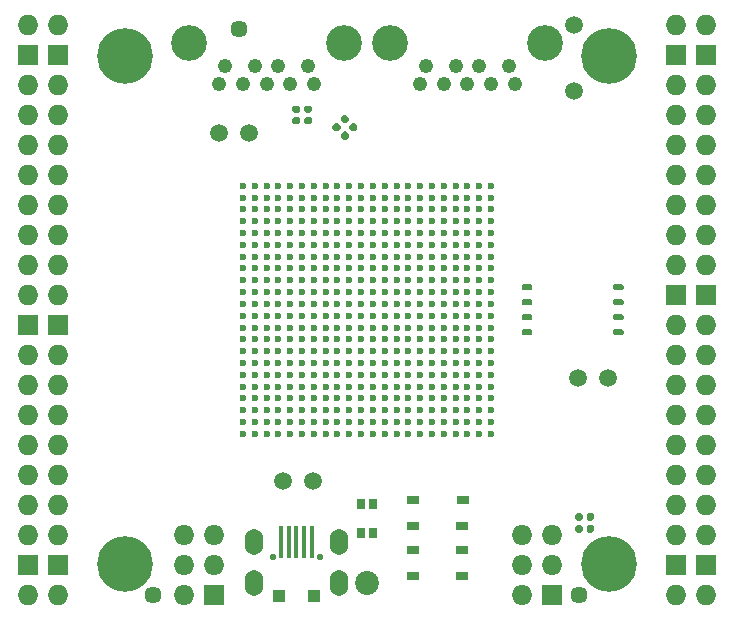
<source format=gbr>
G04 #@! TF.GenerationSoftware,KiCad,Pcbnew,5.1.6-c6e7f7d~87~ubuntu20.04.1*
G04 #@! TF.CreationDate,2020-09-19T08:52:58-07:00*
G04 #@! TF.ProjectId,artix7-pcie-v2,61727469-7837-42d7-9063-69652d76322e,rev?*
G04 #@! TF.SameCoordinates,PX69f4060PY6b00940*
G04 #@! TF.FileFunction,Soldermask,Top*
G04 #@! TF.FilePolarity,Negative*
%FSLAX46Y46*%
G04 Gerber Fmt 4.6, Leading zero omitted, Abs format (unit mm)*
G04 Created by KiCad (PCBNEW 5.1.6-c6e7f7d~87~ubuntu20.04.1) date 2020-09-19 08:52:58*
%MOMM*%
%LPD*%
G01*
G04 APERTURE LIST*
%ADD10C,1.448000*%
%ADD11R,1.070000X0.670000*%
%ADD12C,3.020000*%
%ADD13C,1.220000*%
%ADD14C,4.720000*%
%ADD15R,1.120000X1.120000*%
%ADD16R,0.420000X2.670000*%
%ADD17C,0.570000*%
%ADD18O,1.520000X2.220000*%
%ADD19C,0.600000*%
%ADD20C,2.020000*%
%ADD21O,1.720000X1.720000*%
%ADD22R,1.720000X1.720000*%
%ADD23R,0.770000X0.870000*%
%ADD24C,1.520000*%
%ADD25O,1.747200X1.747200*%
%ADD26R,1.747200X1.747200*%
G04 APERTURE END LIST*
D10*
X47900000Y1200000D03*
X19130000Y49160000D03*
X11900000Y1200000D03*
G36*
G01*
X48599000Y7686500D02*
X48599000Y8041500D01*
G75*
G02*
X48751500Y8194000I152500J0D01*
G01*
X49056500Y8194000D01*
G75*
G02*
X49209000Y8041500I0J-152500D01*
G01*
X49209000Y7686500D01*
G75*
G02*
X49056500Y7534000I-152500J0D01*
G01*
X48751500Y7534000D01*
G75*
G02*
X48599000Y7686500I0J152500D01*
G01*
G37*
G36*
G01*
X47629000Y7686500D02*
X47629000Y8041500D01*
G75*
G02*
X47781500Y8194000I152500J0D01*
G01*
X48086500Y8194000D01*
G75*
G02*
X48239000Y8041500I0J-152500D01*
G01*
X48239000Y7686500D01*
G75*
G02*
X48086500Y7534000I-152500J0D01*
G01*
X47781500Y7534000D01*
G75*
G02*
X47629000Y7686500I0J152500D01*
G01*
G37*
G36*
G01*
X48599000Y6670500D02*
X48599000Y7025500D01*
G75*
G02*
X48751500Y7178000I152500J0D01*
G01*
X49056500Y7178000D01*
G75*
G02*
X49209000Y7025500I0J-152500D01*
G01*
X49209000Y6670500D01*
G75*
G02*
X49056500Y6518000I-152500J0D01*
G01*
X48751500Y6518000D01*
G75*
G02*
X48599000Y6670500I0J152500D01*
G01*
G37*
G36*
G01*
X47629000Y6670500D02*
X47629000Y7025500D01*
G75*
G02*
X47781500Y7178000I152500J0D01*
G01*
X48086500Y7178000D01*
G75*
G02*
X48239000Y7025500I0J-152500D01*
G01*
X48239000Y6670500D01*
G75*
G02*
X48086500Y6518000I-152500J0D01*
G01*
X47781500Y6518000D01*
G75*
G02*
X47629000Y6670500I0J152500D01*
G01*
G37*
D11*
X38040000Y2875000D03*
X38065000Y5025000D03*
X33915000Y2875000D03*
X33915000Y5025000D03*
X38050000Y7125000D03*
X38075000Y9275000D03*
X33925000Y7125000D03*
X33925000Y9275000D03*
D12*
X31920000Y48000000D03*
X45060000Y48000000D03*
D13*
X42490000Y44500000D03*
X40490000Y44500000D03*
X38490000Y44500000D03*
X36490000Y44500000D03*
X34490000Y44500000D03*
X34990000Y46000000D03*
X37490000Y46000000D03*
X39490000Y46000000D03*
X41990000Y46000000D03*
D14*
X50490000Y3890000D03*
X50490000Y46890000D03*
X9490000Y3890000D03*
X9490000Y46890000D03*
D15*
X22500000Y1140000D03*
X25500000Y1140000D03*
D16*
X24000000Y5700000D03*
D17*
X22000000Y4440000D03*
X26000000Y4440000D03*
D16*
X23350000Y5700000D03*
X22700000Y5700000D03*
X24650000Y5700000D03*
X25300000Y5700000D03*
D18*
X20400000Y2290000D03*
X27600000Y2290000D03*
X27600000Y5760000D03*
X20400000Y5760000D03*
G36*
G01*
X28002791Y41191768D02*
X27751768Y41442791D01*
G75*
G02*
X27751768Y41658459I107834J107834D01*
G01*
X27967435Y41874126D01*
G75*
G02*
X28183103Y41874126I107834J-107834D01*
G01*
X28434126Y41623103D01*
G75*
G02*
X28434126Y41407435I-107834J-107834D01*
G01*
X28218459Y41191768D01*
G75*
G02*
X28002791Y41191768I-107834J107834D01*
G01*
G37*
G36*
G01*
X27316897Y40505874D02*
X27065874Y40756897D01*
G75*
G02*
X27065874Y40972565I107834J107834D01*
G01*
X27281541Y41188232D01*
G75*
G02*
X27497209Y41188232I107834J-107834D01*
G01*
X27748232Y40937209D01*
G75*
G02*
X27748232Y40721541I-107834J-107834D01*
G01*
X27532565Y40505874D01*
G75*
G02*
X27316897Y40505874I-107834J107834D01*
G01*
G37*
G36*
G01*
X28752791Y40491768D02*
X28501768Y40742791D01*
G75*
G02*
X28501768Y40958459I107834J107834D01*
G01*
X28717435Y41174126D01*
G75*
G02*
X28933103Y41174126I107834J-107834D01*
G01*
X29184126Y40923103D01*
G75*
G02*
X29184126Y40707435I-107834J-107834D01*
G01*
X28968459Y40491768D01*
G75*
G02*
X28752791Y40491768I-107834J107834D01*
G01*
G37*
G36*
G01*
X28066897Y39805874D02*
X27815874Y40056897D01*
G75*
G02*
X27815874Y40272565I107834J107834D01*
G01*
X28031541Y40488232D01*
G75*
G02*
X28247209Y40488232I107834J-107834D01*
G01*
X28498232Y40237209D01*
G75*
G02*
X28498232Y40021541I-107834J-107834D01*
G01*
X28282565Y39805874D01*
G75*
G02*
X28066897Y39805874I-107834J107834D01*
G01*
G37*
D19*
X40490000Y14890000D03*
X39490000Y14890000D03*
X38490000Y14890000D03*
X37490000Y14890000D03*
X36490000Y14890000D03*
X35490000Y14890000D03*
X34490000Y14890000D03*
X33490000Y14890000D03*
X32490000Y14890000D03*
X31490000Y14890000D03*
X30490000Y14890000D03*
X29490000Y14890000D03*
X28490000Y14890000D03*
X27490000Y14890000D03*
X26490000Y14890000D03*
X25490000Y14890000D03*
X24490000Y14890000D03*
X23490000Y14890000D03*
X22490000Y14890000D03*
X21490000Y14890000D03*
X20490000Y14890000D03*
X19490000Y14890000D03*
X40490000Y15890000D03*
X39490000Y15890000D03*
X38490000Y15890000D03*
X37490000Y15890000D03*
X36490000Y15890000D03*
X35490000Y15890000D03*
X34490000Y15890000D03*
X33490000Y15890000D03*
X32490000Y15890000D03*
X31490000Y15890000D03*
X30490000Y15890000D03*
X29490000Y15890000D03*
X28490000Y15890000D03*
X27490000Y15890000D03*
X26490000Y15890000D03*
X25490000Y15890000D03*
X24490000Y15890000D03*
X23490000Y15890000D03*
X22490000Y15890000D03*
X21490000Y15890000D03*
X20490000Y15890000D03*
X19490000Y15890000D03*
X40490000Y16890000D03*
X39490000Y16890000D03*
X38490000Y16890000D03*
X37490000Y16890000D03*
X36490000Y16890000D03*
X35490000Y16890000D03*
X34490000Y16890000D03*
X33490000Y16890000D03*
X32490000Y16890000D03*
X31490000Y16890000D03*
X30490000Y16890000D03*
X29490000Y16890000D03*
X28490000Y16890000D03*
X27490000Y16890000D03*
X26490000Y16890000D03*
X25490000Y16890000D03*
X24490000Y16890000D03*
X23490000Y16890000D03*
X22490000Y16890000D03*
X21490000Y16890000D03*
X20490000Y16890000D03*
X19490000Y16890000D03*
X40490000Y17890000D03*
X39490000Y17890000D03*
X38490000Y17890000D03*
X37490000Y17890000D03*
X36490000Y17890000D03*
X35490000Y17890000D03*
X34490000Y17890000D03*
X33490000Y17890000D03*
X32490000Y17890000D03*
X31490000Y17890000D03*
X30490000Y17890000D03*
X29490000Y17890000D03*
X28490000Y17890000D03*
X27490000Y17890000D03*
X26490000Y17890000D03*
X25490000Y17890000D03*
X24490000Y17890000D03*
X23490000Y17890000D03*
X22490000Y17890000D03*
X21490000Y17890000D03*
X20490000Y17890000D03*
X19490000Y17890000D03*
X40490000Y18890000D03*
X39490000Y18890000D03*
X38490000Y18890000D03*
X37490000Y18890000D03*
X36490000Y18890000D03*
X35490000Y18890000D03*
X34490000Y18890000D03*
X33490000Y18890000D03*
X32490000Y18890000D03*
X31490000Y18890000D03*
X30490000Y18890000D03*
X29490000Y18890000D03*
X28490000Y18890000D03*
X27490000Y18890000D03*
X26490000Y18890000D03*
X25490000Y18890000D03*
X24490000Y18890000D03*
X23490000Y18890000D03*
X22490000Y18890000D03*
X21490000Y18890000D03*
X20490000Y18890000D03*
X19490000Y18890000D03*
X40490000Y19890000D03*
X39490000Y19890000D03*
X38490000Y19890000D03*
X37490000Y19890000D03*
X36490000Y19890000D03*
X35490000Y19890000D03*
X34490000Y19890000D03*
X33490000Y19890000D03*
X32490000Y19890000D03*
X31490000Y19890000D03*
X30490000Y19890000D03*
X29490000Y19890000D03*
X28490000Y19890000D03*
X27490000Y19890000D03*
X26490000Y19890000D03*
X25490000Y19890000D03*
X24490000Y19890000D03*
X23490000Y19890000D03*
X22490000Y19890000D03*
X21490000Y19890000D03*
X20490000Y19890000D03*
X19490000Y19890000D03*
X40490000Y20890000D03*
X39490000Y20890000D03*
X38490000Y20890000D03*
X37490000Y20890000D03*
X36490000Y20890000D03*
X35490000Y20890000D03*
X34490000Y20890000D03*
X33490000Y20890000D03*
X32490000Y20890000D03*
X31490000Y20890000D03*
X30490000Y20890000D03*
X29490000Y20890000D03*
X28490000Y20890000D03*
X27490000Y20890000D03*
X26490000Y20890000D03*
X25490000Y20890000D03*
X24490000Y20890000D03*
X23490000Y20890000D03*
X22490000Y20890000D03*
X21490000Y20890000D03*
X20490000Y20890000D03*
X19490000Y20890000D03*
X40490000Y21890000D03*
X39490000Y21890000D03*
X38490000Y21890000D03*
X37490000Y21890000D03*
X36490000Y21890000D03*
X35490000Y21890000D03*
X34490000Y21890000D03*
X33490000Y21890000D03*
X32490000Y21890000D03*
X31490000Y21890000D03*
X30490000Y21890000D03*
X29490000Y21890000D03*
X28490000Y21890000D03*
X27490000Y21890000D03*
X26490000Y21890000D03*
X25490000Y21890000D03*
X24490000Y21890000D03*
X23490000Y21890000D03*
X22490000Y21890000D03*
X21490000Y21890000D03*
X20490000Y21890000D03*
X19490000Y21890000D03*
X40490000Y22890000D03*
X39490000Y22890000D03*
X38490000Y22890000D03*
X37490000Y22890000D03*
X36490000Y22890000D03*
X35490000Y22890000D03*
X34490000Y22890000D03*
X33490000Y22890000D03*
X32490000Y22890000D03*
X31490000Y22890000D03*
X30490000Y22890000D03*
X29490000Y22890000D03*
X28490000Y22890000D03*
X27490000Y22890000D03*
X26490000Y22890000D03*
X25490000Y22890000D03*
X24490000Y22890000D03*
X23490000Y22890000D03*
X22490000Y22890000D03*
X21490000Y22890000D03*
X20490000Y22890000D03*
X19490000Y22890000D03*
X40490000Y23890000D03*
X39490000Y23890000D03*
X38490000Y23890000D03*
X37490000Y23890000D03*
X36490000Y23890000D03*
X35490000Y23890000D03*
X34490000Y23890000D03*
X33490000Y23890000D03*
X32490000Y23890000D03*
X31490000Y23890000D03*
X30490000Y23890000D03*
X29490000Y23890000D03*
X28490000Y23890000D03*
X27490000Y23890000D03*
X26490000Y23890000D03*
X25490000Y23890000D03*
X24490000Y23890000D03*
X23490000Y23890000D03*
X22490000Y23890000D03*
X21490000Y23890000D03*
X20490000Y23890000D03*
X19490000Y23890000D03*
X40490000Y24890000D03*
X39490000Y24890000D03*
X38490000Y24890000D03*
X37490000Y24890000D03*
X36490000Y24890000D03*
X35490000Y24890000D03*
X34490000Y24890000D03*
X33490000Y24890000D03*
X32490000Y24890000D03*
X31490000Y24890000D03*
X30490000Y24890000D03*
X29490000Y24890000D03*
X28490000Y24890000D03*
X27490000Y24890000D03*
X26490000Y24890000D03*
X25490000Y24890000D03*
X24490000Y24890000D03*
X23490000Y24890000D03*
X22490000Y24890000D03*
X21490000Y24890000D03*
X20490000Y24890000D03*
X19490000Y24890000D03*
X40490000Y25890000D03*
X39490000Y25890000D03*
X38490000Y25890000D03*
X37490000Y25890000D03*
X36490000Y25890000D03*
X35490000Y25890000D03*
X34490000Y25890000D03*
X33490000Y25890000D03*
X32490000Y25890000D03*
X31490000Y25890000D03*
X30490000Y25890000D03*
X29490000Y25890000D03*
X28490000Y25890000D03*
X27490000Y25890000D03*
X26490000Y25890000D03*
X25490000Y25890000D03*
X24490000Y25890000D03*
X23490000Y25890000D03*
X22490000Y25890000D03*
X21490000Y25890000D03*
X20490000Y25890000D03*
X19490000Y25890000D03*
X40490000Y26890000D03*
X39490000Y26890000D03*
X38490000Y26890000D03*
X37490000Y26890000D03*
X36490000Y26890000D03*
X35490000Y26890000D03*
X34490000Y26890000D03*
X33490000Y26890000D03*
X32490000Y26890000D03*
X31490000Y26890000D03*
X30490000Y26890000D03*
X29490000Y26890000D03*
X28490000Y26890000D03*
X27490000Y26890000D03*
X26490000Y26890000D03*
X25490000Y26890000D03*
X24490000Y26890000D03*
X23490000Y26890000D03*
X22490000Y26890000D03*
X21490000Y26890000D03*
X20490000Y26890000D03*
X19490000Y26890000D03*
X40490000Y27890000D03*
X39490000Y27890000D03*
X38490000Y27890000D03*
X37490000Y27890000D03*
X36490000Y27890000D03*
X35490000Y27890000D03*
X34490000Y27890000D03*
X33490000Y27890000D03*
X32490000Y27890000D03*
X31490000Y27890000D03*
X30490000Y27890000D03*
X29490000Y27890000D03*
X28490000Y27890000D03*
X27490000Y27890000D03*
X26490000Y27890000D03*
X25490000Y27890000D03*
X24490000Y27890000D03*
X23490000Y27890000D03*
X22490000Y27890000D03*
X21490000Y27890000D03*
X20490000Y27890000D03*
X19490000Y27890000D03*
X40490000Y28890000D03*
X39490000Y28890000D03*
X38490000Y28890000D03*
X37490000Y28890000D03*
X36490000Y28890000D03*
X35490000Y28890000D03*
X34490000Y28890000D03*
X33490000Y28890000D03*
X32490000Y28890000D03*
X31490000Y28890000D03*
X30490000Y28890000D03*
X29490000Y28890000D03*
X28490000Y28890000D03*
X27490000Y28890000D03*
X26490000Y28890000D03*
X25490000Y28890000D03*
X24490000Y28890000D03*
X23490000Y28890000D03*
X22490000Y28890000D03*
X21490000Y28890000D03*
X20490000Y28890000D03*
X19490000Y28890000D03*
X40490000Y29890000D03*
X39490000Y29890000D03*
X38490000Y29890000D03*
X37490000Y29890000D03*
X36490000Y29890000D03*
X35490000Y29890000D03*
X34490000Y29890000D03*
X33490000Y29890000D03*
X32490000Y29890000D03*
X31490000Y29890000D03*
X30490000Y29890000D03*
X29490000Y29890000D03*
X28490000Y29890000D03*
X27490000Y29890000D03*
X26490000Y29890000D03*
X25490000Y29890000D03*
X24490000Y29890000D03*
X23490000Y29890000D03*
X22490000Y29890000D03*
X21490000Y29890000D03*
X20490000Y29890000D03*
X19490000Y29890000D03*
X40490000Y30890000D03*
X39490000Y30890000D03*
X38490000Y30890000D03*
X37490000Y30890000D03*
X36490000Y30890000D03*
X35490000Y30890000D03*
X34490000Y30890000D03*
X33490000Y30890000D03*
X32490000Y30890000D03*
X31490000Y30890000D03*
X30490000Y30890000D03*
X29490000Y30890000D03*
X28490000Y30890000D03*
X27490000Y30890000D03*
X26490000Y30890000D03*
X25490000Y30890000D03*
X24490000Y30890000D03*
X23490000Y30890000D03*
X22490000Y30890000D03*
X21490000Y30890000D03*
X20490000Y30890000D03*
X19490000Y30890000D03*
X40490000Y31890000D03*
X39490000Y31890000D03*
X38490000Y31890000D03*
X37490000Y31890000D03*
X36490000Y31890000D03*
X35490000Y31890000D03*
X34490000Y31890000D03*
X33490000Y31890000D03*
X32490000Y31890000D03*
X31490000Y31890000D03*
X30490000Y31890000D03*
X29490000Y31890000D03*
X28490000Y31890000D03*
X27490000Y31890000D03*
X26490000Y31890000D03*
X25490000Y31890000D03*
X24490000Y31890000D03*
X23490000Y31890000D03*
X22490000Y31890000D03*
X21490000Y31890000D03*
X20490000Y31890000D03*
X19490000Y31890000D03*
X40490000Y32890000D03*
X39490000Y32890000D03*
X38490000Y32890000D03*
X37490000Y32890000D03*
X36490000Y32890000D03*
X35490000Y32890000D03*
X34490000Y32890000D03*
X33490000Y32890000D03*
X32490000Y32890000D03*
X31490000Y32890000D03*
X30490000Y32890000D03*
X29490000Y32890000D03*
X28490000Y32890000D03*
X27490000Y32890000D03*
X26490000Y32890000D03*
X25490000Y32890000D03*
X24490000Y32890000D03*
X23490000Y32890000D03*
X22490000Y32890000D03*
X21490000Y32890000D03*
X20490000Y32890000D03*
X19490000Y32890000D03*
X40490000Y33890000D03*
X39490000Y33890000D03*
X38490000Y33890000D03*
X37490000Y33890000D03*
X36490000Y33890000D03*
X35490000Y33890000D03*
X34490000Y33890000D03*
X33490000Y33890000D03*
X32490000Y33890000D03*
X31490000Y33890000D03*
X30490000Y33890000D03*
X29490000Y33890000D03*
X28490000Y33890000D03*
X27490000Y33890000D03*
X26490000Y33890000D03*
X25490000Y33890000D03*
X24490000Y33890000D03*
X23490000Y33890000D03*
X22490000Y33890000D03*
X21490000Y33890000D03*
X20490000Y33890000D03*
X19490000Y33890000D03*
X40490000Y34890000D03*
X39490000Y34890000D03*
X38490000Y34890000D03*
X37490000Y34890000D03*
X36490000Y34890000D03*
X35490000Y34890000D03*
X34490000Y34890000D03*
X33490000Y34890000D03*
X32490000Y34890000D03*
X31490000Y34890000D03*
X30490000Y34890000D03*
X29490000Y34890000D03*
X28490000Y34890000D03*
X27490000Y34890000D03*
X26490000Y34890000D03*
X25490000Y34890000D03*
X24490000Y34890000D03*
X23490000Y34890000D03*
X22490000Y34890000D03*
X21490000Y34890000D03*
X20490000Y34890000D03*
X19490000Y34890000D03*
X40490000Y35890000D03*
X39490000Y35890000D03*
X38490000Y35890000D03*
X37490000Y35890000D03*
X36490000Y35890000D03*
X35490000Y35890000D03*
X34490000Y35890000D03*
X33490000Y35890000D03*
X32490000Y35890000D03*
X31490000Y35890000D03*
X30490000Y35890000D03*
X29490000Y35890000D03*
X28490000Y35890000D03*
X27490000Y35890000D03*
X26490000Y35890000D03*
X25490000Y35890000D03*
X24490000Y35890000D03*
X23490000Y35890000D03*
X22490000Y35890000D03*
X21490000Y35890000D03*
X20490000Y35890000D03*
X19490000Y35890000D03*
G36*
G01*
X50802500Y27165000D02*
X50802500Y27425000D01*
G75*
G02*
X50932500Y27555000I130000J0D01*
G01*
X51592500Y27555000D01*
G75*
G02*
X51722500Y27425000I0J-130000D01*
G01*
X51722500Y27165000D01*
G75*
G02*
X51592500Y27035000I-130000J0D01*
G01*
X50932500Y27035000D01*
G75*
G02*
X50802500Y27165000I0J130000D01*
G01*
G37*
G36*
G01*
X50802500Y25895000D02*
X50802500Y26155000D01*
G75*
G02*
X50932500Y26285000I130000J0D01*
G01*
X51592500Y26285000D01*
G75*
G02*
X51722500Y26155000I0J-130000D01*
G01*
X51722500Y25895000D01*
G75*
G02*
X51592500Y25765000I-130000J0D01*
G01*
X50932500Y25765000D01*
G75*
G02*
X50802500Y25895000I0J130000D01*
G01*
G37*
G36*
G01*
X50802500Y24625000D02*
X50802500Y24885000D01*
G75*
G02*
X50932500Y25015000I130000J0D01*
G01*
X51592500Y25015000D01*
G75*
G02*
X51722500Y24885000I0J-130000D01*
G01*
X51722500Y24625000D01*
G75*
G02*
X51592500Y24495000I-130000J0D01*
G01*
X50932500Y24495000D01*
G75*
G02*
X50802500Y24625000I0J130000D01*
G01*
G37*
G36*
G01*
X50802500Y23355000D02*
X50802500Y23615000D01*
G75*
G02*
X50932500Y23745000I130000J0D01*
G01*
X51592500Y23745000D01*
G75*
G02*
X51722500Y23615000I0J-130000D01*
G01*
X51722500Y23355000D01*
G75*
G02*
X51592500Y23225000I-130000J0D01*
G01*
X50932500Y23225000D01*
G75*
G02*
X50802500Y23355000I0J130000D01*
G01*
G37*
G36*
G01*
X43077500Y23355000D02*
X43077500Y23615000D01*
G75*
G02*
X43207500Y23745000I130000J0D01*
G01*
X43867500Y23745000D01*
G75*
G02*
X43997500Y23615000I0J-130000D01*
G01*
X43997500Y23355000D01*
G75*
G02*
X43867500Y23225000I-130000J0D01*
G01*
X43207500Y23225000D01*
G75*
G02*
X43077500Y23355000I0J130000D01*
G01*
G37*
G36*
G01*
X43077500Y24625000D02*
X43077500Y24885000D01*
G75*
G02*
X43207500Y25015000I130000J0D01*
G01*
X43867500Y25015000D01*
G75*
G02*
X43997500Y24885000I0J-130000D01*
G01*
X43997500Y24625000D01*
G75*
G02*
X43867500Y24495000I-130000J0D01*
G01*
X43207500Y24495000D01*
G75*
G02*
X43077500Y24625000I0J130000D01*
G01*
G37*
G36*
G01*
X43077500Y25895000D02*
X43077500Y26155000D01*
G75*
G02*
X43207500Y26285000I130000J0D01*
G01*
X43867500Y26285000D01*
G75*
G02*
X43997500Y26155000I0J-130000D01*
G01*
X43997500Y25895000D01*
G75*
G02*
X43867500Y25765000I-130000J0D01*
G01*
X43207500Y25765000D01*
G75*
G02*
X43077500Y25895000I0J130000D01*
G01*
G37*
G36*
G01*
X43077500Y27165000D02*
X43077500Y27425000D01*
G75*
G02*
X43207500Y27555000I130000J0D01*
G01*
X43867500Y27555000D01*
G75*
G02*
X43997500Y27425000I0J-130000D01*
G01*
X43997500Y27165000D01*
G75*
G02*
X43867500Y27035000I-130000J0D01*
G01*
X43207500Y27035000D01*
G75*
G02*
X43077500Y27165000I0J130000D01*
G01*
G37*
D20*
X29990000Y2300000D03*
D21*
X43130000Y6330000D03*
X45670000Y6330000D03*
X43130000Y3790000D03*
X45670000Y3790000D03*
X43130000Y1250000D03*
D22*
X45670000Y1250000D03*
D21*
X14460000Y6330000D03*
X17000000Y6330000D03*
X14460000Y3790000D03*
X17000000Y3790000D03*
X14460000Y1250000D03*
D22*
X17000000Y1250000D03*
D23*
X30515000Y6525000D03*
X29465000Y6525000D03*
X29465000Y8975000D03*
X30515000Y8975000D03*
D24*
X47530000Y43932000D03*
X47530000Y49520000D03*
X47875000Y19625000D03*
X50415000Y19625000D03*
X25375000Y10875000D03*
X22835000Y10875000D03*
X17465000Y40375000D03*
X20000000Y40375000D03*
D25*
X1270000Y1250000D03*
X3810000Y1250000D03*
D26*
X1270000Y3790000D03*
X3810000Y3790000D03*
D25*
X1270000Y6330000D03*
X3810000Y6330000D03*
X1270000Y8870000D03*
X3810000Y8870000D03*
X1270000Y11410000D03*
X3810000Y11410000D03*
X1270000Y13950000D03*
X3810000Y13950000D03*
X1270000Y16490000D03*
X3810000Y16490000D03*
X1270000Y19030000D03*
X3810000Y19030000D03*
X1270000Y21570000D03*
X3810000Y21570000D03*
D26*
X1270000Y24110000D03*
X3810000Y24110000D03*
D25*
X1270000Y26650000D03*
X3810000Y26650000D03*
X1270000Y29190000D03*
X3810000Y29190000D03*
X1270000Y31730000D03*
X3810000Y31730000D03*
X1270000Y34270000D03*
X3810000Y34270000D03*
X1270000Y36810000D03*
X3810000Y36810000D03*
X1270000Y39350000D03*
X3810000Y39350000D03*
X1270000Y41890000D03*
X3810000Y41890000D03*
X1270000Y44430000D03*
X3810000Y44430000D03*
D26*
X1270000Y46970000D03*
X3810000Y46970000D03*
D25*
X1270000Y49510000D03*
X3810000Y49510000D03*
D12*
X14920000Y48000000D03*
X28060000Y48000000D03*
D13*
X25490000Y44500000D03*
X23490000Y44500000D03*
X21490000Y44500000D03*
X19490000Y44500000D03*
X17490000Y44500000D03*
X17990000Y46000000D03*
X20490000Y46000000D03*
X22490000Y46000000D03*
X24990000Y46000000D03*
D25*
X58710000Y49510000D03*
X56170000Y49510000D03*
D26*
X58710000Y46970000D03*
X56170000Y46970000D03*
D25*
X58710000Y44430000D03*
X56170000Y44430000D03*
X58710000Y41890000D03*
X56170000Y41890000D03*
X58710000Y39350000D03*
X56170000Y39350000D03*
X58710000Y36810000D03*
X56170000Y36810000D03*
X58710000Y34270000D03*
X56170000Y34270000D03*
X58710000Y31730000D03*
X56170000Y31730000D03*
X58710000Y29190000D03*
X56170000Y29190000D03*
D26*
X58710000Y26650000D03*
X56170000Y26650000D03*
D25*
X58710000Y24110000D03*
X56170000Y24110000D03*
X58710000Y21570000D03*
X56170000Y21570000D03*
X58710000Y19030000D03*
X56170000Y19030000D03*
X58710000Y16490000D03*
X56170000Y16490000D03*
X58710000Y13950000D03*
X56170000Y13950000D03*
X58710000Y11410000D03*
X56170000Y11410000D03*
X58710000Y8870000D03*
X56170000Y8870000D03*
X58710000Y6330000D03*
X56170000Y6330000D03*
D26*
X58710000Y3790000D03*
X56170000Y3790000D03*
D25*
X58710000Y1250000D03*
X56170000Y1250000D03*
G36*
G01*
X24177500Y42070000D02*
X23822500Y42070000D01*
G75*
G02*
X23670000Y42222500I0J152500D01*
G01*
X23670000Y42527500D01*
G75*
G02*
X23822500Y42680000I152500J0D01*
G01*
X24177500Y42680000D01*
G75*
G02*
X24330000Y42527500I0J-152500D01*
G01*
X24330000Y42222500D01*
G75*
G02*
X24177500Y42070000I-152500J0D01*
G01*
G37*
G36*
G01*
X24177500Y41100000D02*
X23822500Y41100000D01*
G75*
G02*
X23670000Y41252500I0J152500D01*
G01*
X23670000Y41557500D01*
G75*
G02*
X23822500Y41710000I152500J0D01*
G01*
X24177500Y41710000D01*
G75*
G02*
X24330000Y41557500I0J-152500D01*
G01*
X24330000Y41252500D01*
G75*
G02*
X24177500Y41100000I-152500J0D01*
G01*
G37*
G36*
G01*
X25177500Y42070000D02*
X24822500Y42070000D01*
G75*
G02*
X24670000Y42222500I0J152500D01*
G01*
X24670000Y42527500D01*
G75*
G02*
X24822500Y42680000I152500J0D01*
G01*
X25177500Y42680000D01*
G75*
G02*
X25330000Y42527500I0J-152500D01*
G01*
X25330000Y42222500D01*
G75*
G02*
X25177500Y42070000I-152500J0D01*
G01*
G37*
G36*
G01*
X25177500Y41100000D02*
X24822500Y41100000D01*
G75*
G02*
X24670000Y41252500I0J152500D01*
G01*
X24670000Y41557500D01*
G75*
G02*
X24822500Y41710000I152500J0D01*
G01*
X25177500Y41710000D01*
G75*
G02*
X25330000Y41557500I0J-152500D01*
G01*
X25330000Y41252500D01*
G75*
G02*
X25177500Y41100000I-152500J0D01*
G01*
G37*
M02*

</source>
